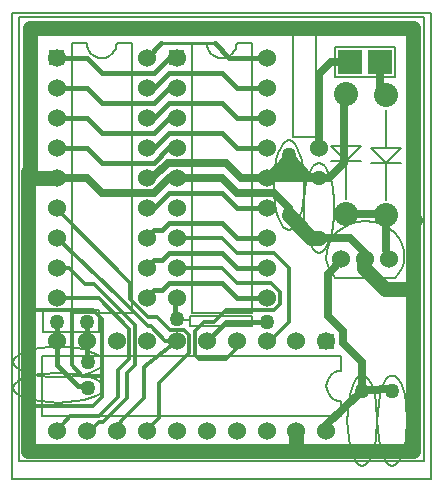
<source format=gbr>
*
G04 Gerber written by LinkCAD 5.8.2 Build 4535*
G04 Layer: SuperTAT_Silk_Copper_ottom_20100827a.gbr*
%FSLAX36Y36*%
%MOIN*%
%ADD10C,0.001600*%
%ADD11C,0.002400*%
%ADD12C,0.050000*%
%ADD13C,0.060000*%
%ADD14C,0.080000*%
%ADD15C,0.015000*%
%ADD16C,0.010000*%
%ADD17C,0.025000*%
%ADD18C,0.012000*%
%ADD19C,0.008000*%
%ADD20C,0.020000*%
G36*
G54D10*
X201000Y-292000D02*
G01Y-342000D01*
X151000D01*
Y-292000D01*
X201000D01*
G37*
G54D12*
X76000Y-317000D03*
X-23000D03*
X-123000D03*
X-223000D03*
X-323000D03*
X-423000D03*
X-523000D03*
X-623000D03*
X-723000D03*
Y-617000D03*
X-623000D03*
X-523000D03*
X-423000D03*
X-323000D03*
X-223000D03*
X-123000D03*
X-23000D03*
X76000D03*
X176000D03*
G36*
X-348000Y652000D02*
X-298000D01*
Y602000D01*
X-348000D01*
Y652000D01*
G37*
X-323000Y527000D03*
Y427000D03*
Y327000D03*
Y227000D03*
Y127000D03*
Y27000D03*
Y-72000D03*
Y-172000D03*
X-23000D03*
Y-72000D03*
Y27000D03*
Y127000D03*
Y227000D03*
Y327000D03*
Y427000D03*
Y527000D03*
Y627000D03*
G36*
X-748000Y652000D02*
X-698000D01*
Y602000D01*
X-748000D01*
Y652000D01*
G37*
X-723000Y527000D03*
Y427000D03*
Y327000D03*
Y227000D03*
Y127000D03*
Y27000D03*
Y-72000D03*
Y-172000D03*
X-423000D03*
Y-72000D03*
Y27000D03*
Y127000D03*
Y227000D03*
Y327000D03*
Y427000D03*
Y527000D03*
Y627000D03*
X396000Y-482000D03*
Y-682000D03*
X51000Y302000D03*
Y102000D03*
X151000Y227000D03*
Y27000D03*
G54D13*
Y327000D03*
G54D12*
X31000Y727000D03*
G54D13*
X226000Y-42000D03*
X306000D03*
X386000D03*
G54D14*
X376000Y502000D03*
Y102000D03*
X241000Y507000D03*
Y107000D03*
G36*
X396000Y652000D02*
Y572000D01*
X316000D01*
Y652000D01*
X396000D01*
G37*
G36*
X296000D02*
Y572000D01*
X216000D01*
Y652000D01*
X296000D01*
G37*
G54D12*
X-723000Y-252000D03*
X-623000D03*
X296000Y-482000D03*
Y-682000D03*
X-618000Y-387000D03*
X-818000D03*
X-618000Y-472000D03*
X-818000D03*
X-323000Y-242000D03*
X-23000Y-252000D03*
G54D15*
X-723000Y627000D02*
X-623000D01*
X-573000Y577000D01*
X-398000D01*
X-348000Y627000D01*
X-323000D01*
X-423000Y27000D02*
X-398000Y52000D01*
X-373000D01*
X-348000Y77000D01*
X-173000D01*
X-123000Y27000D01*
X-23000D01*
X-423000Y-72000D02*
X-398000Y-47000D01*
X-373000D01*
X-348000Y-22000D01*
X-173000D01*
X-123000Y-72000D01*
X-23000D01*
X-423000Y-172000D02*
X-398000Y-147000D01*
X-373000D01*
X-348000Y-122000D01*
X-173000D01*
X-123000Y-172000D01*
X-23000D01*
Y627000D02*
X-148000D01*
X-195000Y675000D01*
G54D16*
X-198000Y677000D01*
X-373000D01*
X-375000Y675000D01*
G54D15*
X-423000Y627000D01*
G54D17*
X-323000Y227000D02*
X-173000D01*
X-123000Y177000D01*
X1000D01*
X51000Y127000D01*
Y102000D01*
G54D15*
X-423000Y127000D02*
X-398000D01*
X-348000Y177000D01*
X-173000D01*
X-123000Y127000D01*
X-23000D01*
G54D17*
X-323000Y227000D02*
X-348000D01*
X-398000Y177000D01*
X-573000D01*
X-623000Y227000D01*
X-723000D01*
G54D15*
X-323000Y327000D02*
X-353000D01*
X-398000Y277000D01*
X-573000D01*
X-623000Y327000D01*
X-723000D01*
X-423000D02*
X-398000D01*
X-348000Y377000D01*
X-173000D01*
X-123000Y327000D01*
X-23000D01*
X-323000Y427000D02*
X-348000D01*
X-398000Y377000D01*
X-573000D01*
X-623000Y427000D01*
X-723000D01*
X-323000Y527000D02*
X-348000D01*
X-398000Y477000D01*
X-573000D01*
X-623000Y527000D01*
X-723000D01*
X-423000D02*
X-418000Y532000D01*
X-398000Y527000D01*
X-348000Y577000D01*
X-173000D01*
X-123000Y527000D01*
X-23000D01*
X-423000Y427000D02*
X-398000D01*
X-348000Y477000D01*
X-173000D01*
X-123000Y427000D01*
X-23000D01*
G54D17*
X-423000Y227000D02*
X-398000Y232000D01*
X-353000Y277000D01*
X-158000D01*
X-108000Y227000D01*
X-23000D01*
X1000D01*
X51000D01*
X151000D01*
X11000Y237000D02*
X41000Y267000D01*
X51000Y302000D01*
X61000Y267000D01*
X96000Y232000D01*
X51000Y302000D02*
X83000Y267000D01*
X116000Y234000D01*
X151000Y227000D01*
X51000Y302000D02*
X20000Y267000D01*
X1000Y249000D01*
X-23000Y227000D01*
X21000Y242000D02*
X51000D01*
X84000D01*
X51000Y302000D02*
Y242000D01*
Y227000D01*
G54D12*
X151000Y727000D02*
X61000D01*
G54D17*
X466000Y182000D02*
X471000D01*
G54D12*
X-723000Y227000D02*
X-813000D01*
X31000Y727000D02*
X-813000D01*
Y227000D01*
X61000Y727000D02*
X56000D01*
X51000D01*
X31000D01*
X466000Y182000D02*
Y177000D01*
Y87000D02*
X471000D01*
X391000Y727000D02*
X401000D01*
X466000D01*
Y652000D01*
Y547000D01*
X376000Y727000D02*
X391000D01*
X466000Y547000D02*
Y312000D01*
Y182000D01*
X151000Y727000D02*
X191000D01*
X376000D01*
X466000Y177000D02*
Y152000D01*
Y87000D01*
X51000Y102000D02*
X126000Y27000D01*
X151000D01*
G54D17*
Y327000D02*
Y572000D01*
X191000Y612000D01*
X216000D01*
X256000D01*
X376000Y502000D02*
X356000Y517000D01*
Y572000D01*
Y612000D01*
X241000Y107000D02*
X336000D01*
X376000Y102000D01*
Y62000D01*
Y-2000D01*
Y-12000D01*
X386000Y-42000D01*
X151000Y227000D02*
X176000D01*
X186000D01*
X236000Y277000D01*
Y467000D01*
X241000Y507000D01*
G54D18*
X-323000Y-317000D02*
X-433000Y-402000D01*
Y-507000D01*
X-508000Y-582000D01*
X-523000Y-617000D01*
G54D15*
X-723000Y-252000D02*
Y-257000D01*
Y-317000D01*
X-623000Y-252000D02*
Y-282000D01*
Y-317000D01*
G54D12*
X461000Y-137000D02*
Y-142000D01*
X306000Y-42000D02*
X301000Y-72000D01*
X341000Y-112000D01*
X371000Y-142000D01*
X461000D01*
X466000D01*
Y-132000D02*
Y-142000D01*
Y87000D02*
Y-132000D01*
G54D17*
X226000Y-42000D02*
X201000Y-72000D01*
X181000Y-92000D01*
Y-217000D01*
Y-232000D01*
X221000Y-272000D01*
X231000Y-282000D01*
Y-322000D01*
X296000Y-387000D01*
Y-482000D01*
X176000Y-597000D01*
Y-617000D01*
X296000Y-482000D02*
X371000Y-477000D01*
X396000Y-482000D01*
G54D12*
X76000Y-617000D02*
Y-677000D01*
Y-682000D01*
X-818000Y-387000D02*
Y-212000D01*
Y-302000D01*
Y-317000D02*
Y-302000D01*
Y67000D02*
Y27000D01*
Y22000D01*
Y2000D01*
Y-27000D01*
Y67000D02*
Y247000D01*
G54D15*
X-623000Y-317000D02*
Y-382000D01*
X-618000Y-387000D01*
X-723000Y-317000D02*
Y-397000D01*
X-653000Y-467000D01*
X-643000D01*
X-618000Y-472000D01*
X-818000Y-532000D02*
X-823000D01*
G54D12*
X-818000Y-142000D02*
Y-212000D01*
Y-387000D01*
Y-532000D02*
Y-317000D01*
Y-27000D02*
Y-212000D01*
Y-472000D01*
Y-212000D01*
Y-142000D01*
G54D15*
X-323000Y-172000D02*
X-328000Y-197000D01*
Y-222000D01*
X-323000Y-242000D01*
X-223000Y-317000D02*
X-158000Y-252000D01*
X-48000D01*
X-23000D01*
G54D18*
X-323000Y27000D02*
X-173000D01*
X-123000Y-22000D01*
X1000D01*
X46000Y-67000D01*
X51000Y-72000D01*
Y-252000D01*
X1000Y-302000D01*
X-23000Y-317000D01*
X-673000Y-212000D02*
Y-397000D01*
X-638000Y-432000D01*
X-573000D01*
X-818000Y-212000D02*
X-673000D01*
X-603000D01*
X-573000Y-242000D01*
Y-432000D01*
Y-502000D01*
X-603000Y-532000D01*
X-818000D01*
X-723000Y-172000D02*
X-583000D01*
X-482000Y-277000D01*
X-483000Y-377000D01*
X-518000Y-412000D01*
Y-502000D01*
X-583000Y-567000D01*
X-678000D01*
X-703000Y-592000D01*
X-723000Y-617000D01*
Y-72000D02*
X-683000D01*
X-628000Y-127000D01*
X-598000D01*
X-463000Y-262000D01*
Y-397000D01*
X-488000Y-422000D01*
Y-507000D01*
X-568000Y-587000D01*
X-583000D01*
X-598000Y-602000D01*
X-623000Y-617000D01*
X-723000Y27000D02*
X-523000Y-162000D01*
X-418000Y-267000D01*
X-408000D01*
X-363000Y-317000D01*
X-323000D01*
Y-72000D02*
X-173000D01*
X-123000Y-122000D01*
X-8000D01*
X21000Y-152000D01*
Y-192000D01*
X1000Y-212000D01*
X-158000D01*
X-198000Y-252000D01*
X-233000D01*
X-263000Y-282000D01*
Y-362000D01*
X-248000Y-377000D01*
X-158000D01*
X-118000Y-337000D01*
X-123000Y-317000D01*
X-723000Y127000D02*
X-703000Y102000D01*
X-478000Y-122000D01*
Y-177000D01*
X-418000Y-237000D01*
X-388000D01*
X-345000Y-280000D01*
X-300000D01*
X-283000Y-297000D01*
Y-357000D01*
X-383000Y-457000D01*
Y-572000D01*
X-403000Y-592000D01*
X-423000Y-617000D01*
G54D17*
X151000Y27000D02*
X176000D01*
X256000D01*
X306000Y-22000D01*
Y-42000D01*
G54D12*
X76000Y-682000D02*
X-818000D01*
Y-532000D01*
X296000Y-682000D02*
X76000D01*
X466000D02*
X396000D01*
X466000Y-142000D02*
Y-682000D01*
X396000D02*
X296000D01*
G54D19*
X-873000Y-777000D02*
X526000D01*
Y777000D01*
X-873000D01*
Y-777000D01*
X226000Y-367000D02*
Y-417000D01*
X176000Y-467000D02*
X177000Y-477000D01*
X180000Y-487000D01*
X184000Y-495000D01*
X190000Y-502000D01*
X197000Y-509000D01*
X206000Y-513000D01*
X216000Y-516000D01*
X226000Y-517000D01*
X176000Y-467000D02*
X177000Y-457000D01*
X180000Y-447000D01*
X190000Y-431000D01*
X197000Y-425000D01*
X206000Y-421000D01*
X216000Y-418000D01*
X226000Y-417000D01*
Y-517000D02*
Y-567000D01*
X-773000Y-367000D02*
Y-567000D01*
X226000Y-367000D02*
X-773000D01*
X226000Y-567000D02*
X-773000D01*
X-273000Y677000D02*
X-223000D01*
X-173000Y627000D02*
X-163000Y628000D01*
X-153000Y631000D01*
X-145000Y635000D01*
X-138000Y641000D01*
X-131000Y649000D01*
X-127000Y657000D01*
X-124000Y667000D01*
X-123000Y677000D01*
X-173000Y627000D02*
X-183000Y628000D01*
X-193000Y631000D01*
X-201000Y635000D01*
X-209000Y641000D01*
X-215000Y649000D01*
X-219000Y657000D01*
X-222000Y667000D01*
X-223000Y677000D01*
X-123000D02*
X-73000D01*
X-273000Y-222000D02*
X-73000D01*
X-273000Y677000D02*
Y-222000D01*
X-73000D02*
Y677000D01*
X-673000D02*
X-623000D01*
X-573000Y627000D02*
X-563000Y628000D01*
X-553000Y631000D01*
X-545000Y635000D01*
X-538000Y641000D01*
X-531000Y649000D01*
X-527000Y657000D01*
X-524000Y667000D01*
X-523000Y677000D01*
X-573000Y627000D02*
X-583000Y628000D01*
X-593000Y631000D01*
X-601000Y635000D01*
X-609000Y641000D01*
X-615000Y649000D01*
X-619000Y657000D01*
X-622000Y667000D01*
X-623000Y677000D01*
X-523000D02*
X-473000D01*
X-673000Y-222000D02*
X-473000D01*
X-673000Y677000D02*
Y-222000D01*
X-473000D02*
Y677000D01*
X396000Y-432000D02*
X406000Y-435000D01*
X416000Y-443000D01*
X424000Y-457000D01*
X432000Y-475000D01*
X438000Y-497000D01*
X442000Y-523000D01*
X446000Y-582000D01*
X396000Y-732000D02*
X406000Y-729000D01*
X416000Y-720000D01*
X424000Y-707000D01*
X432000Y-688000D01*
X438000Y-666000D01*
X442000Y-641000D01*
X446000Y-582000D01*
X396000Y-732000D02*
X386000Y-729000D01*
X376000Y-720000D01*
X368000Y-707000D01*
X360000Y-688000D01*
X354000Y-666000D01*
X350000Y-641000D01*
X346000Y-582000D01*
X396000Y-432000D02*
X386000Y-435000D01*
X376000Y-443000D01*
X368000Y-457000D01*
X360000Y-475000D01*
X354000Y-497000D01*
X350000Y-523000D01*
X346000Y-582000D01*
X51000Y352000D02*
X61000Y349000D01*
X71000Y341000D01*
X79000Y327000D01*
X86000Y309000D01*
X93000Y287000D01*
X97000Y261000D01*
X100000Y233000D01*
X101000Y202000D01*
X51000Y52000D02*
X61000Y55000D01*
X71000Y64000D01*
X79000Y77000D01*
X86000Y96000D01*
X93000Y118000D01*
X97000Y143000D01*
X100000Y171000D01*
X101000Y202000D01*
X51000Y52000D02*
X41000Y55000D01*
X31000Y64000D01*
X23000Y77000D01*
X16000Y96000D01*
X9000Y118000D01*
X5000Y143000D01*
X2000Y171000D01*
X1000Y202000D01*
X51000Y352000D02*
X41000Y349000D01*
X31000Y341000D01*
X23000Y327000D01*
X16000Y309000D01*
X9000Y287000D01*
X5000Y261000D01*
X2000Y233000D01*
X1000Y202000D01*
X151000Y277000D02*
X161000Y274000D01*
X171000Y266000D01*
X179000Y252000D01*
X186000Y234000D01*
X193000Y212000D01*
X197000Y186000D01*
X200000Y158000D01*
X201000Y127000D01*
X151000Y-22000D02*
X161000Y-19000D01*
X171000Y-11000D01*
X179000Y3000D01*
X186000Y21000D01*
X193000Y43000D01*
X197000Y68000D01*
X200000Y96000D01*
X201000Y127000D01*
X151000Y-22000D02*
X141000Y-19000D01*
X131000Y-11000D01*
X123000Y3000D01*
X116000Y21000D01*
X109000Y43000D01*
X105000Y68000D01*
X102000Y96000D01*
X101000Y127000D01*
X151000Y277000D02*
X141000Y274000D01*
X131000Y266000D01*
X123000Y252000D01*
X116000Y234000D01*
X109000Y212000D01*
X105000Y186000D01*
X102000Y158000D01*
X101000Y127000D01*
X66000Y362000D02*
X141000D01*
Y707000D01*
X66000D01*
Y362000D01*
X-848000Y-717000D02*
X501000D01*
Y762000D01*
X-848000D01*
Y-717000D01*
X206000Y-107000D02*
X406000D01*
X176000Y-42000D02*
X178000Y-57000D01*
X184000Y-73000D01*
X193000Y-89000D01*
X206000Y-107000D01*
X176000Y-42000D02*
X177000Y-17000D01*
X184000Y6000D01*
X195000Y28000D01*
X211000Y46000D01*
X230000Y61000D01*
X253000Y72000D01*
X278000Y79000D01*
X306000Y82000D01*
X436000Y-42000D02*
X434000Y-57000D01*
X428000Y-73000D01*
X419000Y-89000D01*
X406000Y-107000D01*
X436000Y-42000D02*
X435000Y-17000D01*
X428000Y6000D01*
X417000Y28000D01*
X401000Y46000D01*
X392000Y54000D01*
X382000Y61000D01*
X359000Y72000D01*
X334000Y79000D01*
X306000Y82000D01*
X426000Y327000D02*
X326000D01*
X426000D02*
X376000Y277000D01*
X326000Y327000D02*
X376000Y277000D01*
X426000D02*
X326000D01*
X376000Y452000D02*
Y327000D01*
Y277000D02*
Y152000D01*
X291000Y332000D02*
X191000D01*
X291000D02*
X241000Y282000D01*
X191000Y332000D02*
X241000Y282000D01*
X291000D02*
X191000D01*
X241000Y457000D02*
Y332000D01*
Y282000D02*
Y157000D01*
X206000Y562000D02*
X406000D01*
Y662000D01*
X206000D01*
Y562000D01*
X296000Y-432000D02*
X306000Y-435000D01*
X316000Y-443000D01*
X324000Y-457000D01*
X332000Y-475000D01*
X338000Y-497000D01*
X342000Y-523000D01*
X346000Y-582000D01*
X296000Y-732000D02*
X306000Y-729000D01*
X316000Y-720000D01*
X324000Y-707000D01*
X332000Y-688000D01*
X338000Y-666000D01*
X342000Y-641000D01*
X346000Y-582000D01*
X296000Y-732000D02*
X286000Y-729000D01*
X276000Y-720000D01*
X268000Y-707000D01*
X260000Y-688000D01*
X254000Y-666000D01*
X250000Y-641000D01*
X246000Y-582000D01*
X296000Y-432000D02*
X286000Y-435000D01*
X276000Y-443000D01*
X268000Y-457000D01*
X260000Y-475000D01*
X254000Y-497000D01*
X250000Y-523000D01*
X246000Y-582000D01*
X-568000Y-387000D02*
X-571000Y-397000D01*
X-579000Y-407000D01*
X-593000Y-415000D01*
X-611000Y-422000D01*
X-633000Y-429000D01*
X-659000Y-433000D01*
X-687000Y-436000D01*
X-718000Y-437000D01*
X-868000Y-387000D02*
X-865000Y-397000D01*
X-856000Y-407000D01*
X-843000Y-415000D01*
X-824000Y-422000D01*
X-802000Y-429000D01*
X-777000Y-433000D01*
X-749000Y-436000D01*
X-718000Y-437000D01*
X-868000Y-387000D02*
X-865000Y-377000D01*
X-856000Y-367000D01*
X-843000Y-359000D01*
X-824000Y-352000D01*
X-802000Y-345000D01*
X-777000Y-341000D01*
X-749000Y-338000D01*
X-718000Y-337000D01*
X-568000Y-387000D02*
X-571000Y-377000D01*
X-579000Y-367000D01*
X-593000Y-359000D01*
X-611000Y-352000D01*
X-633000Y-345000D01*
X-659000Y-341000D01*
X-687000Y-338000D01*
X-718000Y-337000D01*
X-568000Y-472000D02*
X-571000Y-482000D01*
X-579000Y-492000D01*
X-593000Y-500000D01*
X-611000Y-508000D01*
X-633000Y-514000D01*
X-659000Y-518000D01*
X-718000Y-522000D01*
X-868000Y-472000D02*
X-865000Y-482000D01*
X-856000Y-492000D01*
X-843000Y-500000D01*
X-824000Y-508000D01*
X-802000Y-514000D01*
X-777000Y-518000D01*
X-718000Y-522000D01*
X-868000Y-472000D02*
X-865000Y-462000D01*
X-856000Y-452000D01*
X-843000Y-444000D01*
X-824000Y-436000D01*
X-802000Y-430000D01*
X-777000Y-426000D01*
X-718000Y-422000D01*
X-568000Y-472000D02*
X-571000Y-462000D01*
X-579000Y-452000D01*
X-593000Y-444000D01*
X-611000Y-436000D01*
X-633000Y-430000D01*
X-659000Y-426000D01*
X-718000Y-422000D01*
X-768000Y-287000D02*
X-583000D01*
Y-212000D01*
X-768000D01*
Y-287000D01*
X-278000Y-267000D02*
X-73000D01*
Y-232000D01*
X-278000D01*
Y-267000D01*
Y-247000D02*
X-298000D01*
X-73000Y-252000D02*
X-38000D01*
G54D13*
X176000Y-317000D03*
X76000D03*
X-23000D03*
X-123000D03*
X-223000D03*
X-323000D03*
X-423000D03*
X-523000D03*
X-623000D03*
X-723000D03*
Y-617000D03*
X-623000D03*
X-523000D03*
X-423000D03*
X-323000D03*
X-223000D03*
X-123000D03*
X-23000D03*
X76000D03*
X176000D03*
X-323000Y627000D03*
Y527000D03*
Y427000D03*
Y327000D03*
Y227000D03*
Y127000D03*
Y27000D03*
Y-72000D03*
Y-172000D03*
X-23000D03*
Y-72000D03*
Y27000D03*
Y127000D03*
Y227000D03*
Y327000D03*
Y427000D03*
Y527000D03*
Y627000D03*
X-723000D03*
Y527000D03*
Y427000D03*
Y327000D03*
Y227000D03*
Y127000D03*
Y27000D03*
Y-72000D03*
Y-172000D03*
X-423000D03*
Y-72000D03*
Y27000D03*
Y127000D03*
Y227000D03*
Y327000D03*
Y427000D03*
Y527000D03*
Y627000D03*
G54D12*
X396000Y-482000D03*
Y-682000D03*
G54D20*
X51000Y302000D03*
Y102000D03*
X151000Y227000D03*
Y27000D03*
G54D12*
Y327000D03*
G54D20*
X31000Y727000D03*
G54D12*
X226000Y-42000D03*
X306000D03*
X386000D03*
X376000Y502000D03*
Y102000D03*
X241000Y507000D03*
Y107000D03*
X356000Y612000D03*
X256000D03*
X-723000Y-252000D03*
X-623000D03*
G54D20*
X296000Y-482000D03*
Y-682000D03*
X-618000Y-387000D03*
X-818000D03*
X-618000Y-472000D03*
X-818000D03*
G54D12*
X-323000Y-242000D03*
X-23000Y-252000D03*
M02*

</source>
